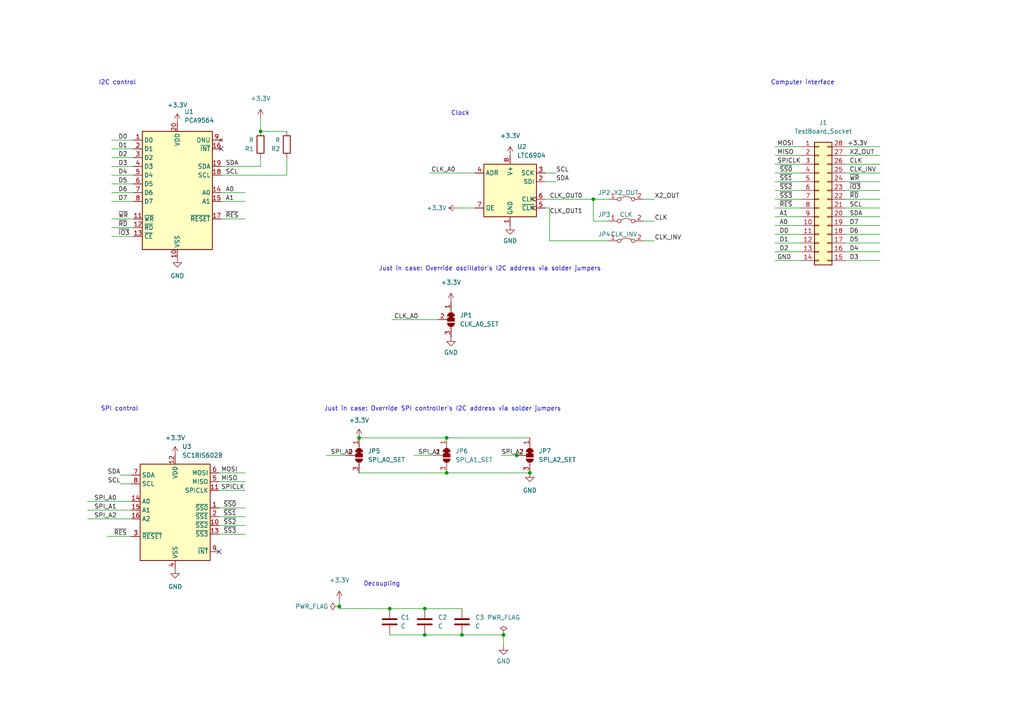
<source format=kicad_sch>
(kicad_sch (version 20211123) (generator eeschema)
  (paper "A4")
  (lib_symbols
    (symbol "Connector_Generic:Conn_02x14_Counter_Clockwise" (pin_names (offset 1.016) hide)
      (property "Reference" "J" (at 1.27 17.78 0))
      (property "Value" "Conn_02x14_Counter_Clockwise" (at 1.27 -20.32 0))
      (symbol "Conn_02x14_Counter_Clockwise_1_1"
        (rectangle (start -1.27 -17.653) (end 0 -17.907) (stroke (width 0.1524)))
        (rectangle (start -1.27 -15.113) (end 0 -15.367) (stroke (width 0.1524)))
        (rectangle (start -1.27 -12.573) (end 0 -12.827) (stroke (width 0.1524)))
        (rectangle (start -1.27 -10.033) (end 0 -10.287) (stroke (width 0.1524)))
        (rectangle (start -1.27 -7.493) (end 0 -7.747) (stroke (width 0.1524)))
        (rectangle (start -1.27 -4.953) (end 0 -5.207) (stroke (width 0.1524)))
        (rectangle (start -1.27 -2.413) (end 0 -2.667) (stroke (width 0.1524)))
        (rectangle (start -1.27 0.127) (end 0 -0.127) (stroke (width 0.1524)))
        (rectangle (start -1.27 2.667) (end 0 2.413) (stroke (width 0.1524)))
        (rectangle (start -1.27 5.207) (end 0 4.953) (stroke (width 0.1524)))
        (rectangle (start -1.27 7.747) (end 0 7.493) (stroke (width 0.1524)))
        (rectangle (start -1.27 10.287) (end 0 10.033) (stroke (width 0.1524)))
        (rectangle (start -1.27 12.827) (end 0 12.573) (stroke (width 0.1524)))
        (rectangle (start -1.27 15.367) (end 0 15.113) (stroke (width 0.1524)))
        (rectangle (start -1.27 16.51) (end 3.81 -19.05) (stroke (width 0.254)) (fill (type background)))
        (rectangle (start 3.81 -17.653) (end 2.54 -17.907) (stroke (width 0.1524)))
        (rectangle (start 3.81 -15.113) (end 2.54 -15.367) (stroke (width 0.1524)))
        (rectangle (start 3.81 -12.573) (end 2.54 -12.827) (stroke (width 0.1524)))
        (rectangle (start 3.81 -10.033) (end 2.54 -10.287) (stroke (width 0.1524)))
        (rectangle (start 3.81 -7.493) (end 2.54 -7.747) (stroke (width 0.1524)))
        (rectangle (start 3.81 -4.953) (end 2.54 -5.207) (stroke (width 0.1524)))
        (rectangle (start 3.81 -2.413) (end 2.54 -2.667) (stroke (width 0.1524)))
        (rectangle (start 3.81 0.127) (end 2.54 -0.127) (stroke (width 0.1524)))
        (rectangle (start 3.81 2.667) (end 2.54 2.413) (stroke (width 0.1524)))
        (rectangle (start 3.81 5.207) (end 2.54 4.953) (stroke (width 0.1524)))
        (rectangle (start 3.81 7.747) (end 2.54 7.493) (stroke (width 0.1524)))
        (rectangle (start 3.81 10.287) (end 2.54 10.033) (stroke (width 0.1524)))
        (rectangle (start 3.81 12.827) (end 2.54 12.573) (stroke (width 0.1524)))
        (rectangle (start 3.81 15.367) (end 2.54 15.113) (stroke (width 0.1524)))
        (pin passive line (at -5.08 15.24 0) (length 3.81) (name "Pin_1") (number "1"))
        (pin passive line (at -5.08 -7.62 0) (length 3.81) (name "Pin_10") (number "10"))
        (pin passive line (at -5.08 -10.16 0) (length 3.81) (name "Pin_11") (number "11"))
        (pin passive line (at -5.08 -12.7 0) (length 3.81) (name "Pin_12") (number "12"))
        (pin passive line (at -5.08 -15.24 0) (length 3.81) (name "Pin_13") (number "13"))
        (pin passive line (at -5.08 -17.78 0) (length 3.81) (name "Pin_14") (number "14"))
        (pin passive line (at 7.62 -17.78 180) (length 3.81) (name "Pin_15") (number "15"))
        (pin passive line (at 7.62 -15.24 180) (length 3.81) (name "Pin_16") (number "16"))
        (pin passive line (at 7.62 -12.7 180) (length 3.81) (name "Pin_17") (number "17"))
        (pin passive line (at 7.62 -10.16 180) (length 3.81) (name "Pin_18") (number "18"))
        (pin passive line (at 7.62 -7.62 180) (length 3.81) (name "Pin_19") (number "19"))
        (pin passive line (at -5.08 12.7 0) (length 3.81) (name "Pin_2") (number "2"))
        (pin passive line (at 7.62 -5.08 180) (length 3.81) (name "Pin_20") (number "20"))
        (pin passive line (at 7.62 -2.54 180) (length 3.81) (name "Pin_21") (number "21"))
        (pin passive line (at 7.62 0 180) (length 3.81) (name "Pin_22") (number "22"))
        (pin passive line (at 7.62 2.54 180) (length 3.81) (name "Pin_23") (number "23"))
        (pin passive line (at 7.62 5.08 180) (length 3.81) (name "Pin_24") (number "24"))
        (pin passive line (at 7.62 7.62 180) (length 3.81) (name "Pin_25") (number "25"))
        (pin passive line (at 7.62 10.16 180) (length 3.81) (name "Pin_26") (number "26"))
        (pin passive line (at 7.62 12.7 180) (length 3.81) (name "Pin_27") (number "27"))
        (pin passive line (at 7.62 15.24 180) (length 3.81) (name "Pin_28") (number "28"))
        (pin passive line (at -5.08 10.16 0) (length 3.81) (name "Pin_3") (number "3"))
        (pin passive line (at -5.08 7.62 0) (length 3.81) (name "Pin_4") (number "4"))
        (pin passive line (at -5.08 5.08 0) (length 3.81) (name "Pin_5") (number "5"))
        (pin passive line (at -5.08 2.54 0) (length 3.81) (name "Pin_6") (number "6"))
        (pin passive line (at -5.08 0 0) (length 3.81) (name "Pin_7") (number "7"))
        (pin passive line (at -5.08 -2.54 0) (length 3.81) (name "Pin_8") (number "8"))
        (pin passive line (at -5.08 -5.08 0) (length 3.81) (name "Pin_9") (number "9"))
      )
    )
    (symbol "Device:C" (pin_numbers hide) (pin_names (offset 0.254))
      (property "Reference" "C" (at 0.635 2.54 0))
      (property "Value" "C" (at 0.635 -2.54 0))
      (symbol "C_0_1"
        (polyline (pts (xy -2.032 -0.762) (xy 2.032 -0.762)) (stroke (width 0.508)))
        (polyline (pts (xy -2.032 0.762) (xy 2.032 0.762)) (stroke (width 0.508)))
      )
      (symbol "C_1_1"
        (pin passive line (at 0 3.81 270) (length 2.794) (name "~") (number "1"))
        (pin passive line (at 0 -3.81 90) (length 2.794) (name "~") (number "2"))
      )
    )
    (symbol "Device:R" (pin_numbers hide) (pin_names (offset 0))
      (property "Reference" "R" (at 2.032 0 90))
      (property "Value" "R" (at 0 0 90))
      (symbol "R_0_1"
        (rectangle (start -1.016 -2.54) (end 1.016 2.54) (stroke (width 0.254)))
      )
      (symbol "R_1_1"
        (pin passive line (at 0 3.81 270) (length 1.27) (name "~") (number "1"))
        (pin passive line (at 0 -3.81 90) (length 1.27) (name "~") (number "2"))
      )
    )
    (symbol "Jumper:Jumper_2_Bridged" (pin_names (offset 0) hide)
      (property "Reference" "JP" (at 0 1.905 0))
      (property "Value" "Jumper_2_Bridged" (at 0 -2.54 0))
      (symbol "Jumper_2_Bridged_0_0"
        (circle (center -2.032 0) (radius 0.508))
        (circle (center 2.032 0) (radius 0.508))
      )
      (symbol "Jumper_2_Bridged_0_1"
        (arc (start 1.524 0.254) (mid 0 0.762) (end -1.524 0.254))
      )
      (symbol "Jumper_2_Bridged_1_1"
        (pin passive line (at -5.08 0 0) (length 2.54) (name "A") (number "1"))
        (pin passive line (at 5.08 0 180) (length 2.54) (name "B") (number "2"))
      )
    )
    (symbol "Jumper:SolderJumper_3_Bridged12" (pin_names (offset 0) hide)
      (property "Reference" "JP" (at -2.54 -2.54 0))
      (property "Value" "SolderJumper_3_Bridged12" (at 0 2.794 0))
      (symbol "SolderJumper_3_Bridged12_0_1"
        (rectangle (start -1.016 0.508) (end -0.508 -0.508) (fill (type outline)))
        (arc (start -1.016 1.016) (mid -2.032 0) (end -1.016 -1.016))
        (arc (start -1.016 1.016) (mid -2.032 0) (end -1.016 -1.016) (fill (type outline)))
        (rectangle (start -0.508 1.016) (end 0.508 -1.016) (fill (type outline)))
        (polyline (pts (xy -2.54 0) (xy -2.032 0)))
        (polyline (pts (xy -1.016 1.016) (xy -1.016 -1.016)))
        (polyline (pts (xy 0 -1.27) (xy 0 -1.016)))
        (polyline (pts (xy 1.016 1.016) (xy 1.016 -1.016)))
        (polyline (pts (xy 2.54 0) (xy 2.032 0)))
        (arc (start 1.016 -1.016) (mid 2.032 0) (end 1.016 1.016))
        (arc (start 1.016 -1.016) (mid 2.032 0) (end 1.016 1.016) (fill (type outline)))
      )
      (symbol "SolderJumper_3_Bridged12_1_1"
        (pin passive line (at -5.08 0 0) (length 2.54) (name "A") (number "1"))
        (pin passive line (at 0 -3.81 90) (length 2.54) (name "C") (number "2"))
        (pin passive line (at 5.08 0 180) (length 2.54) (name "B") (number "3"))
      )
    )
    (symbol "power:+3.3V" (power) (pin_names (offset 0))
      (property "Value" "+3.3V" (at 0 3.556 0))
      (symbol "+3.3V_0_1"
        (polyline (pts (xy -0.762 1.27) (xy 0 2.54)))
        (polyline (pts (xy 0 0) (xy 0 2.54)))
        (polyline (pts (xy 0 2.54) (xy 0.762 1.27)))
      )
      (symbol "+3.3V_1_1"
        (pin power_in line (at 0 0 90) (length 0) hide (name "+3.3V") (number "1"))
      )
    )
    (symbol "power:GND" (power) (pin_names (offset 0))
      (property "Value" "GND" (at 0 -3.81 0))
      (symbol "GND_0_1"
        (polyline (pts (xy 0 0) (xy 0 -1.27) (xy 1.27 -1.27) (xy 0 -2.54) (xy -1.27 -1.27) (xy 0 -1.27)))
      )
      (symbol "GND_1_1"
        (pin power_in line (at 0 0 270) (length 0) hide (name "GND") (number "1"))
      )
    )
    (symbol "power:PWR_FLAG" (power) (pin_numbers hide) (pin_names (offset 0) hide)
      (property "Value" "PWR_FLAG" (at 0 3.81 0))
      (symbol "PWR_FLAG_0_0"
        (pin power_out line (at 0 0 90) (length 0) (name "pwr") (number "1"))
      )
      (symbol "PWR_FLAG_0_1"
        (polyline (pts (xy 0 0) (xy 0 1.27) (xy -1.016 1.905) (xy 0 2.54) (xy 1.016 1.905) (xy 0 1.27)))
      )
    )
    (symbol "project:LTC6904"
      (property "Reference" "U" (at -7.62 8.89 0))
      (property "Value" "LTC6904" (at 2.54 8.89 0))
      (symbol "LTC6904_0_1"
        (rectangle (start -7.62 7.62) (end 7.62 -7.62) (stroke (width 0.254)) (fill (type background)))
      )
      (symbol "LTC6904_1_1"
        (pin power_in line (at 0 -10.16 90) (length 2.54) (name "GND") (number "1"))
        (pin bidirectional line (at 10.16 2.54 180) (length 2.54) (name "SDI") (number "2"))
        (pin input line (at 10.16 5.08 180) (length 2.54) (name "SCK") (number "3"))
        (pin input line (at -10.16 5.08 0) (length 2.54) (name "ADR") (number "4"))
        (pin output clock (at 10.16 -5.08 180) (length 2.54) (name "~{CLK}") (number "5"))
        (pin output clock (at 10.16 -2.54 180) (length 2.54) (name "CLK") (number "6"))
        (pin input line (at -10.16 -5.08 0) (length 2.54) (name "OE") (number "7"))
        (pin power_in line (at 0 10.16 270) (length 2.54) (name "V+") (number "8"))
      )
    )
    (symbol "project:PCA9564"
      (property "Reference" "U" (at -10.16 16.51 0))
      (property "Value" "PCA9564" (at 3.81 16.51 0))
      (symbol "PCA9564_0_1"
        (rectangle (start -10.16 15.24) (end 10.16 -19.05) (stroke (width 0.254)) (fill (type background)))
      )
      (symbol "PCA9564_1_1"
        (pin input line (at -12.7 12.7 0) (length 2.54) (name "D0") (number "1"))
        (pin power_in line (at 0 -21.59 90) (length 2.54) (name "VSS") (number "10"))
        (pin input line (at -12.7 -10.16 0) (length 2.54) (name "~{WR}") (number "11"))
        (pin input line (at -12.7 -12.7 0) (length 2.54) (name "~{RD}") (number "12"))
        (pin input line (at -12.7 -15.24 0) (length 2.54) (name "~{CE}") (number "13"))
        (pin input line (at 12.7 -2.54 180) (length 2.54) (name "A0") (number "14"))
        (pin input line (at 12.7 -5.08 180) (length 2.54) (name "A1") (number "15"))
        (pin output line (at 12.7 10.16 180) (length 2.54) (name "~{INT}") (number "16"))
        (pin input line (at 12.7 -10.16 180) (length 2.54) (name "~{RESET}") (number "17"))
        (pin input line (at 12.7 2.54 180) (length 2.54) (name "SCL") (number "18"))
        (pin bidirectional line (at 12.7 5.08 180) (length 2.54) (name "SDA") (number "19"))
        (pin input line (at -12.7 10.16 0) (length 2.54) (name "D1") (number "2"))
        (pin power_in line (at 0 17.78 270) (length 2.54) (name "VDD") (number "20"))
        (pin input line (at -12.7 7.62 0) (length 2.54) (name "D2") (number "3"))
        (pin input line (at -12.7 5.08 0) (length 2.54) (name "D3") (number "4"))
        (pin input line (at -12.7 2.54 0) (length 2.54) (name "D4") (number "5"))
        (pin input line (at -12.7 0 0) (length 2.54) (name "D5") (number "6"))
        (pin input line (at -12.7 -2.54 0) (length 2.54) (name "D6") (number "7"))
        (pin input line (at -12.7 -5.08 0) (length 2.54) (name "D7") (number "8"))
        (pin no_connect line (at 12.7 12.7 180) (length 2.54) (name "DNU") (number "9"))
      )
    )
    (symbol "project:SC18IS602B"
      (property "Reference" "U" (at -10.16 18.415 0))
      (property "Value" "SC18IS602B" (at 10.16 18.415 0))
      (symbol "SC18IS602B_0_1"
        (rectangle (start -10.16 17.78) (end 10.16 -10.16) (stroke (width 0.254)) (fill (type background)))
      )
      (symbol "SC18IS602B_1_1"
        (pin output line (at 12.7 5.08 180) (length 2.54) (name "~{SS0}") (number "1"))
        (pin output line (at 12.7 0 180) (length 2.54) (name "~{SS2}") (number "10"))
        (pin output line (at 12.7 10.16 180) (length 2.54) (name "SPICLK") (number "11"))
        (pin power_in line (at 0 20.32 270) (length 2.54) (name "VDD") (number "12"))
        (pin output line (at 12.7 -2.54 180) (length 2.54) (name "~{SS3}") (number "13"))
        (pin input line (at -12.7 6.985 0) (length 2.54) (name "A0") (number "14"))
        (pin input line (at -12.7 4.445 0) (length 2.54) (name "A1") (number "15"))
        (pin input line (at -12.7 1.905 0) (length 2.54) (name "A2") (number "16"))
        (pin output line (at 12.7 2.54 180) (length 2.54) (name "~{SS1}") (number "2"))
        (pin input line (at -12.7 -3.175 0) (length 2.54) (name "~{RESET}") (number "3"))
        (pin power_in line (at 0 -12.7 90) (length 2.54) (name "VSS") (number "4"))
        (pin input line (at 12.7 12.7 180) (length 2.54) (name "MISO") (number "5"))
        (pin output line (at 12.7 15.24 180) (length 2.54) (name "MOSI") (number "6"))
        (pin bidirectional line (at -12.7 14.605 0) (length 2.54) (name "SDA") (number "7"))
        (pin input line (at -12.7 12.065 0) (length 2.54) (name "SCL") (number "8"))
        (pin output line (at 12.7 -7.62 180) (length 2.54) (name "~{INT}") (number "9"))
      )
    )
  )
  (junction (at 75.565 38.1))
  (junction (at 129.54 137.16))
  (junction (at 113.03 176.53))
  (junction (at 172.085 57.785))
  (junction (at 123.19 176.53))
  (junction (at 98.425 175.895))
  (junction (at 149.86 132.08))
  (junction (at 133.985 184.15))
  (junction (at 129.54 127))
  (junction (at 104.14 127))
  (junction (at 146.05 184.15))
  (junction (at 123.19 184.15))
  (junction (at 153.67 137.16))
  (no_connect (at 63.5 160.02))
  (no_connect (at 64.135 43.18))
  (wire (pts (xy 224.79 52.705) (xy 232.41 52.705)))
  (wire (pts (xy 64.135 48.26) (xy 75.565 48.26)))
  (wire (pts (xy 172.085 57.785) (xy 172.085 64.135)))
  (wire (pts (xy 32.385 63.5) (xy 38.735 63.5)))
  (wire (pts (xy 224.79 50.165) (xy 232.41 50.165)))
  (wire (pts (xy 63.5 152.4) (xy 71.12 152.4)))
  (wire (pts (xy 32.385 45.72) (xy 38.735 45.72)))
  (wire (pts (xy 224.79 47.625) (xy 232.41 47.625)))
  (wire (pts (xy 224.79 45.085) (xy 232.41 45.085)))
  (wire (pts (xy 63.5 139.7) (xy 71.12 139.7)))
  (wire (pts (xy 32.385 53.34) (xy 38.735 53.34)))
  (wire (pts (xy 32.385 66.04) (xy 38.735 66.04)))
  (wire (pts (xy 64.135 63.5) (xy 71.12 63.5)))
  (wire (pts (xy 113.665 92.71) (xy 127 92.71)))
  (wire (pts (xy 63.5 142.24) (xy 71.12 142.24)))
  (wire (pts (xy 32.385 58.42) (xy 38.735 58.42)))
  (wire (pts (xy 245.11 60.325) (xy 255.27 60.325)))
  (wire (pts (xy 224.79 55.245) (xy 232.41 55.245)))
  (wire (pts (xy 32.385 43.18) (xy 38.735 43.18)))
  (wire (pts (xy 124.46 50.165) (xy 137.795 50.165)))
  (wire (pts (xy 224.79 67.945) (xy 232.41 67.945)))
  (wire (pts (xy 158.115 57.785) (xy 172.085 57.785)))
  (wire (pts (xy 104.14 137.16) (xy 129.54 137.16)))
  (wire (pts (xy 98.425 173.99) (xy 98.425 175.895)))
  (wire (pts (xy 63.5 149.86) (xy 71.12 149.86)))
  (wire (pts (xy 158.115 52.705) (xy 161.29 52.705)))
  (wire (pts (xy 75.565 38.1) (xy 83.185 38.1)))
  (wire (pts (xy 98.425 176.53) (xy 113.03 176.53)))
  (wire (pts (xy 38.1 137.795) (xy 34.925 137.795)))
  (wire (pts (xy 245.11 50.165) (xy 255.27 50.165)))
  (wire (pts (xy 245.11 70.485) (xy 255.27 70.485)))
  (wire (pts (xy 123.19 184.15) (xy 133.985 184.15)))
  (wire (pts (xy 245.11 65.405) (xy 255.27 65.405)))
  (wire (pts (xy 133.985 184.15) (xy 146.05 184.15)))
  (wire (pts (xy 32.385 68.58) (xy 38.735 68.58)))
  (wire (pts (xy 113.03 176.53) (xy 123.19 176.53)))
  (wire (pts (xy 64.135 55.88) (xy 71.12 55.88)))
  (wire (pts (xy 145.415 132.08) (xy 149.86 132.08)))
  (wire (pts (xy 129.54 137.16) (xy 153.67 137.16)))
  (wire (pts (xy 98.425 175.895) (xy 98.425 176.53)))
  (wire (pts (xy 32.385 40.64) (xy 38.735 40.64)))
  (wire (pts (xy 224.79 70.485) (xy 232.41 70.485)))
  (wire (pts (xy 25.4 147.955) (xy 38.1 147.955)))
  (wire (pts (xy 224.79 57.785) (xy 232.41 57.785)))
  (wire (pts (xy 113.03 184.15) (xy 123.19 184.15)))
  (wire (pts (xy 63.5 147.32) (xy 71.12 147.32)))
  (wire (pts (xy 38.1 155.575) (xy 31.115 155.575)))
  (wire (pts (xy 120.015 132.08) (xy 125.73 132.08)))
  (wire (pts (xy 172.085 57.785) (xy 176.53 57.785)))
  (wire (pts (xy 224.79 73.025) (xy 232.41 73.025)))
  (wire (pts (xy 32.385 55.88) (xy 38.735 55.88)))
  (wire (pts (xy 129.54 127) (xy 153.67 127)))
  (wire (pts (xy 149.86 132.08) (xy 150.495 132.08)))
  (wire (pts (xy 64.135 58.42) (xy 71.12 58.42)))
  (wire (pts (xy 63.5 154.94) (xy 71.12 154.94)))
  (wire (pts (xy 32.385 50.8) (xy 38.735 50.8)))
  (wire (pts (xy 224.79 60.325) (xy 232.41 60.325)))
  (wire (pts (xy 104.14 127) (xy 129.54 127)))
  (wire (pts (xy 245.11 73.025) (xy 255.27 73.025)))
  (wire (pts (xy 186.69 57.785) (xy 189.865 57.785)))
  (wire (pts (xy 158.115 50.165) (xy 161.29 50.165)))
  (wire (pts (xy 224.79 62.865) (xy 232.41 62.865)))
  (wire (pts (xy 186.69 69.85) (xy 189.865 69.85)))
  (wire (pts (xy 224.79 75.565) (xy 232.41 75.565)))
  (wire (pts (xy 94.615 132.08) (xy 100.33 132.08)))
  (wire (pts (xy 25.4 145.415) (xy 38.1 145.415)))
  (wire (pts (xy 245.11 52.705) (xy 255.27 52.705)))
  (wire (pts (xy 75.565 34.29) (xy 75.565 38.1)))
  (wire (pts (xy 159.385 69.85) (xy 176.53 69.85)))
  (wire (pts (xy 83.185 50.8) (xy 83.185 45.72)))
  (wire (pts (xy 25.4 150.495) (xy 38.1 150.495)))
  (wire (pts (xy 172.085 64.135) (xy 176.53 64.135)))
  (wire (pts (xy 224.79 42.545) (xy 232.41 42.545)))
  (wire (pts (xy 32.385 48.26) (xy 38.735 48.26)))
  (wire (pts (xy 245.11 42.545) (xy 255.27 42.545)))
  (wire (pts (xy 132.715 60.325) (xy 137.795 60.325)))
  (wire (pts (xy 245.11 57.785) (xy 255.27 57.785)))
  (wire (pts (xy 158.115 60.325) (xy 159.385 60.325)))
  (wire (pts (xy 64.135 50.8) (xy 83.185 50.8)))
  (wire (pts (xy 224.79 65.405) (xy 232.41 65.405)))
  (wire (pts (xy 38.1 140.335) (xy 34.925 140.335)))
  (wire (pts (xy 123.19 176.53) (xy 133.985 176.53)))
  (wire (pts (xy 245.11 62.865) (xy 255.27 62.865)))
  (wire (pts (xy 245.11 45.085) (xy 255.27 45.085)))
  (wire (pts (xy 186.69 64.135) (xy 189.865 64.135)))
  (wire (pts (xy 146.05 184.15) (xy 146.05 187.325)))
  (wire (pts (xy 245.11 67.945) (xy 255.27 67.945)))
  (wire (pts (xy 63.5 137.16) (xy 71.12 137.16)))
  (wire (pts (xy 159.385 60.325) (xy 159.385 69.85)))
  (wire (pts (xy 75.565 48.26) (xy 75.565 45.72)))
  (wire (pts (xy 245.11 55.245) (xy 255.27 55.245)))
  (wire (pts (xy 245.11 47.625) (xy 255.27 47.625)))
  (wire (pts (xy 245.11 75.565) (xy 255.27 75.565)))
  (text "I2C control" (at 28.575 24.765 0) (effects (font (size 1.27 1.27)) (justify left bottom)))
  (text "Just in case: Override oscillator's I2C address via solder jumpers" (at 109.855 78.74 0) (effects (font (size 1.27 1.27)) (justify left bottom)))
  (text "Computer interface" (at 223.52 24.765 0) (effects (font (size 1.27 1.27)) (justify left bottom)))
  (text "Clock" (at 130.81 33.655 0) (effects (font (size 1.27 1.27)) (justify left bottom)))
  (text "Decoupling" (at 105.41 170.18 0) (effects (font (size 1.27 1.27)) (justify left bottom)))
  (text "SPI control" (at 29.21 119.38 0) (effects (font (size 1.27 1.27)) (justify left bottom)))
  (text "Just in case: Override SPI controller's I2C address via solder jumpers" (at 93.98 119.38 0) (effects (font (size 1.27 1.27)) (justify left bottom)))
  (label "MISO" (at 64.135 139.7 0))
  (label "SPI_A0" (at 95.885 132.08 0))
  (label "~{SS2}" (at 64.77 152.4 0))
  (label "CLK" (at 246.38 47.625 0))
  (label "MOSI" (at 225.425 42.545 0))
  (label "D0" (at 226.06 67.945 0))
  (label "SCL" (at 161.29 50.165 0))
  (label "A0" (at 65.405 55.88 0))
  (label "~{WR}" (at 246.38 52.705 0))
  (label "~{RES}" (at 226.06 60.325 0))
  (label "SDA" (at 246.38 62.865 0))
  (label "~{SS1}" (at 64.77 149.86 0))
  (label "~{SS0}" (at 226.06 50.165 0))
  (label "CLK_A0" (at 125.095 50.165 0))
  (label "~{SS3}" (at 64.77 154.94 0))
  (label "D1" (at 34.29 43.18 0))
  (label "~{SS1}" (at 226.06 52.705 0))
  (label "SPI_A1" (at 121.285 132.08 0))
  (label "MISO" (at 225.425 45.085 0))
  (label "SCL" (at 246.38 60.325 0))
  (label "~{SS3}" (at 226.06 57.785 0))
  (label "CLK_OUT1" (at 159.385 62.23 0))
  (label "GND" (at 225.425 75.565 0))
  (label "D3" (at 34.29 48.26 0))
  (label "+3.3V" (at 245.745 42.545 0))
  (label "D6" (at 34.29 55.88 0))
  (label "~{SS2}" (at 226.06 55.245 0))
  (label "D0" (at 34.29 40.64 0))
  (label "D2" (at 34.29 45.72 0))
  (label "SPI_A0" (at 27.305 145.415 0))
  (label "X2_OUT" (at 189.865 57.785 0))
  (label "~{RD}" (at 34.29 66.04 0))
  (label "A0" (at 226.06 65.405 0))
  (label "CLK" (at 189.865 64.135 0))
  (label "~{SS0}" (at 64.77 147.32 0))
  (label "SDA" (at 34.925 137.795 180))
  (label "D6" (at 246.38 67.945 0))
  (label "SPICLK" (at 225.425 47.625 0))
  (label "MOSI" (at 64.135 137.16 0))
  (label "SPI_A1" (at 27.305 147.955 0))
  (label "D4" (at 34.29 50.8 0))
  (label "D7" (at 34.29 58.42 0))
  (label "D4" (at 246.38 73.025 0))
  (label "X2_OUT" (at 246.38 45.085 0))
  (label "D5" (at 246.38 70.485 0))
  (label "D7" (at 246.38 65.405 0))
  (label "SCL" (at 65.405 50.8 0))
  (label "D3" (at 246.38 75.565 0))
  (label "A1" (at 226.06 62.865 0))
  (label "~{RD}" (at 246.38 57.785 0))
  (label "D2" (at 226.06 73.025 0))
  (label "~{RES}" (at 36.83 155.575 180))
  (label "~{RES}" (at 65.405 63.5 0))
  (label "SDA" (at 65.405 48.26 0))
  (label "D1" (at 226.06 70.485 0))
  (label "D5" (at 34.29 53.34 0))
  (label "~{WR}" (at 34.29 63.5 0))
  (label "CLK_A0" (at 114.3 92.71 0))
  (label "SDA" (at 161.29 52.705 0))
  (label "SPI_A2" (at 145.415 132.08 0))
  (label "~{IO3}" (at 246.38 55.245 0))
  (label "CLK_INV" (at 189.865 69.85 0))
  (label "SPICLK" (at 64.135 142.24 0))
  (label "CLK_OUT0" (at 159.385 57.785 0))
  (label "CLK_INV" (at 246.38 50.165 0))
  (label "~{IO3}" (at 34.29 68.58 0))
  (label "SCL" (at 34.925 140.335 180))
  (label "SPI_A2" (at 27.305 150.495 0))
  (label "A1" (at 65.405 58.42 0))
  (symbol (lib_id "power:GND") (at 147.955 65.405 0) (unit 1)
    (property "Reference" "#PWR07" (effects hide))
    (property "Value" "GND" (at 147.955 69.85 0))
  )
  (symbol (lib_id "power:+3.3V") (at 147.955 45.085 0) (unit 1)
    (property "Reference" "#PWR06" (effects hide))
    (property "Value" "+3.3V" (at 147.955 39.37 0))
  )
  (symbol (lib_id "power:+3.3V") (at 104.14 127 0) (unit 1)
    (property "Reference" "#PWR0101" (effects hide))
    (property "Value" "+3.3V" (at 104.14 121.92 0))
  )
  (symbol (lib_id "Device:C") (at 113.03 180.34 0) (unit 1)
    (property "Reference" "C1" (at 116.205 179.0699 0) (effects (justify left)))
    (property "Value" "C" (at 116.205 181.6099 0) (effects (justify left)))
    (property "Footprint" "Capacitor_SMD:C_0603_1608Metric_Pad1.08x0.95mm_HandSolder" (effects hide))
  )
  (symbol (lib_id "Jumper:SolderJumper_3_Bridged12") (at 129.54 132.08 270) (unit 1)
    (property "Reference" "JP6" (at 132.08 130.8099 90) (effects (justify left)))
    (property "Value" "SPI_A1_SET" (at 132.08 133.3499 90) (effects (justify left)))
    (property "Footprint" "Jumper:SolderJumper-3_P1.3mm_Bridged12_RoundedPad1.0x1.5mm" (effects hide))
  )
  (symbol (lib_id "power:GND") (at 153.67 137.16 0) (unit 1)
    (property "Reference" "#PWR0102" (effects hide))
    (property "Value" "GND" (at 153.67 142.24 0))
  )
  (symbol (lib_id "power:GND") (at 51.435 74.93 0) (unit 1)
    (property "Reference" "#PWR08" (effects hide))
    (property "Value" "GND" (at 51.435 80.01 0))
  )
  (symbol (lib_id "power:GND") (at 130.81 97.79 0) (unit 1)
    (property "Reference" "#PWR03" (effects hide))
    (property "Value" "GND" (at 130.81 102.235 0))
  )
  (symbol (lib_id "power:+3.3V") (at 50.8 132.08 0) (unit 1)
    (property "Reference" "#PWR09" (effects hide))
    (property "Value" "+3.3V" (at 50.8 127 0))
  )
  (symbol (lib_id "power:+3.3V") (at 75.565 34.29 0) (unit 1)
    (property "Reference" "#PWR01" (effects hide))
    (property "Value" "+3.3V" (at 75.565 28.575 0))
  )
  (symbol (lib_id "project:SC18IS602B") (at 50.8 152.4 0) (unit 1)
    (property "Reference" "U3" (at 52.8194 129.54 0) (effects (justify left)))
    (property "Value" "SC18IS602B" (at 52.8194 132.08 0) (effects (justify left)))
    (property "Footprint" "Package_SO:TSSOP-16_4.4x5mm_P0.65mm" (effects hide))
  )
  (symbol (lib_id "power:GND") (at 50.8 165.1 0) (unit 1)
    (property "Reference" "#PWR010" (effects hide))
    (property "Value" "GND" (at 50.8 170.18 0))
  )
  (symbol (lib_id "power:GND") (at 146.05 187.325 0) (unit 1)
    (property "Reference" "#PWR012" (effects hide))
    (property "Value" "GND" (at 146.05 191.77 0))
  )
  (symbol (lib_id "project:LTC6904") (at 147.955 55.245 0) (unit 1)
    (property "Reference" "U2" (at 149.9744 42.545 0) (effects (justify left)))
    (property "Value" "LTC6904" (at 149.9744 45.085 0) (effects (justify left)))
    (property "Footprint" "Package_SO:MSOP-8_3x3mm_P0.65mm" (effects hide))
  )
  (symbol (lib_id "power:PWR_FLAG") (at 98.425 175.895 90) (unit 1)
    (property "Reference" "#FLG0101" (effects hide))
    (property "Value" "PWR_FLAG" (at 95.25 175.8949 90) (effects (justify left)))
  )
  (symbol (lib_id "Connector_Generic:Conn_02x14_Counter_Clockwise") (at 237.49 57.785 0) (unit 1)
    (property "Reference" "J1" (at 238.76 35.56 0))
    (property "Value" "TestBoard_Socket" (at 238.76 38.1 0))
    (property "Footprint" "Package_DIP:DIP-28_W15.24mm_Socket" (effects hide))
  )
  (symbol (lib_id "Device:C") (at 133.985 180.34 0) (unit 1)
    (property "Reference" "C3" (at 137.795 179.0699 0) (effects (justify left)))
    (property "Value" "C" (at 137.795 181.6099 0) (effects (justify left)))
    (property "Footprint" "Capacitor_SMD:C_0603_1608Metric_Pad1.08x0.95mm_HandSolder" (effects hide))
  )
  (symbol (lib_id "project:PCA9564") (at 51.435 53.34 0) (unit 1)
    (property "Reference" "U1" (at 53.4544 32.385 0) (effects (justify left)))
    (property "Value" "PCA9564" (at 53.4544 34.925 0) (effects (justify left)))
    (property "Footprint" "Package_SO:TSSOP-20_4.4x6.5mm_P0.65mm" (effects hide))
  )
  (symbol (lib_id "Device:C") (at 123.19 180.34 0) (unit 1)
    (property "Reference" "C2" (at 127 179.0699 0) (effects (justify left)))
    (property "Value" "C" (at 127 181.6099 0) (effects (justify left)))
    (property "Footprint" "Capacitor_SMD:C_0603_1608Metric_Pad1.08x0.95mm_HandSolder" (effects hide))
  )
  (symbol (lib_id "power:+3.3V") (at 51.435 35.56 0) (unit 1)
    (property "Reference" "#PWR05" (effects hide))
    (property "Value" "+3.3V" (at 51.435 30.48 0))
  )
  (symbol (lib_id "Jumper:SolderJumper_3_Bridged12") (at 130.81 92.71 270) (unit 1)
    (property "Reference" "JP1" (at 133.35 91.4399 90) (effects (justify left)))
    (property "Value" "CLK_A0_SET" (at 133.35 93.9799 90) (effects (justify left)))
    (property "Footprint" "Jumper:SolderJumper-3_P1.3mm_Bridged12_RoundedPad1.0x1.5mm" (effects hide))
  )
  (symbol (lib_id "power:+3.3V") (at 132.715 60.325 90) (unit 1)
    (property "Reference" "#PWR04" (effects hide))
    (property "Value" "+3.3V" (at 129.54 60.3249 90) (effects (justify left)))
  )
  (symbol (lib_id "power:+3.3V") (at 130.81 87.63 0) (unit 1)
    (property "Reference" "#PWR02" (effects hide))
    (property "Value" "+3.3V" (at 130.81 81.915 0))
  )
  (symbol (lib_id "Jumper:Jumper_2_Bridged") (at 181.61 57.785 0) (unit 1)
    (property "Reference" "JP2" (at 175.26 55.88 0))
    (property "Value" "X2_OUT" (at 181.61 55.88 0))
    (property "Footprint" "Jumper:SolderJumper-2_P1.3mm_Bridged_RoundedPad1.0x1.5mm" (effects hide))
  )
  (symbol (lib_id "Jumper:SolderJumper_3_Bridged12") (at 104.14 132.08 270) (unit 1)
    (property "Reference" "JP5" (at 106.68 130.8099 90) (effects (justify left)))
    (property "Value" "SPI_A0_SET" (at 106.68 133.3499 90) (effects (justify left)))
    (property "Footprint" "Jumper:SolderJumper-3_P1.3mm_Bridged12_RoundedPad1.0x1.5mm" (effects hide))
  )
  (symbol (lib_id "power:+3.3V") (at 98.425 173.99 0) (unit 1)
    (property "Reference" "#PWR011" (effects hide))
    (property "Value" "+3.3V" (at 98.425 168.275 0))
  )
  (symbol (lib_id "power:PWR_FLAG") (at 146.05 184.15 0) (unit 1)
    (property "Reference" "#FLG0102" (effects hide))
    (property "Value" "PWR_FLAG" (at 146.05 179.07 0))
  )
  (symbol (lib_id "Jumper:Jumper_2_Bridged") (at 181.61 64.135 0) (unit 1)
    (property "Reference" "JP3" (at 175.26 62.23 0))
    (property "Value" "CLK" (at 181.61 62.23 0))
    (property "Footprint" "Jumper:SolderJumper-2_P1.3mm_Bridged_RoundedPad1.0x1.5mm" (effects hide))
  )
  (symbol (lib_id "Jumper:Jumper_2_Bridged") (at 181.61 69.85 0) (unit 1)
    (property "Reference" "JP4" (at 175.26 67.945 0))
    (property "Value" "CLK_INV" (at 180.975 67.945 0))
    (property "Footprint" "Jumper:SolderJumper-2_P1.3mm_Bridged_RoundedPad1.0x1.5mm" (effects hide))
  )
  (symbol (lib_id "Device:R") (at 83.185 41.91 180) (unit 1)
    (property "Reference" "R2" (at 81.28 43.1801 0) (effects (justify left)))
    (property "Value" "R" (at 81.28 40.6401 0) (effects (justify left)))
    (property "Footprint" "Resistor_SMD:R_0603_1608Metric_Pad0.98x0.95mm_HandSolder" (effects hide))
  )
  (symbol (lib_id "Jumper:SolderJumper_3_Bridged12") (at 153.67 132.08 270) (unit 1)
    (property "Reference" "JP7" (at 156.21 130.8099 90) (effects (justify left)))
    (property "Value" "SPI_A2_SET" (at 156.21 133.3499 90) (effects (justify left)))
    (property "Footprint" "Jumper:SolderJumper-3_P1.3mm_Bridged12_RoundedPad1.0x1.5mm" (effects hide))
  )
  (symbol (lib_id "Device:R") (at 75.565 41.91 180) (unit 1)
    (property "Reference" "R1" (at 73.66 43.1801 0) (effects (justify left)))
    (property "Value" "R" (at 73.66 40.6401 0) (effects (justify left)))
    (property "Footprint" "Resistor_SMD:R_0603_1608Metric_Pad0.98x0.95mm_HandSolder" (effects hide))
  )
)
</source>
